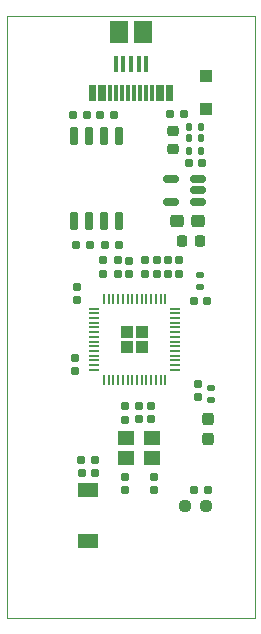
<source format=gbr>
G04 #@! TF.GenerationSoftware,KiCad,Pcbnew,(6.0.6)*
G04 #@! TF.CreationDate,2022-08-20T10:32:50+05:30*
G04 #@! TF.ProjectId,Mitayi-Pico-RP2040,4d697461-7969-42d5-9069-636f2d525032,0.2*
G04 #@! TF.SameCoordinates,PX848f8c0PY6ea0500*
G04 #@! TF.FileFunction,Paste,Top*
G04 #@! TF.FilePolarity,Positive*
%FSLAX46Y46*%
G04 Gerber Fmt 4.6, Leading zero omitted, Abs format (unit mm)*
G04 Created by KiCad (PCBNEW (6.0.6)) date 2022-08-20 10:32:50*
%MOMM*%
%LPD*%
G01*
G04 APERTURE LIST*
G04 Aperture macros list*
%AMRoundRect*
0 Rectangle with rounded corners*
0 $1 Rounding radius*
0 $2 $3 $4 $5 $6 $7 $8 $9 X,Y pos of 4 corners*
0 Add a 4 corners polygon primitive as box body*
4,1,4,$2,$3,$4,$5,$6,$7,$8,$9,$2,$3,0*
0 Add four circle primitives for the rounded corners*
1,1,$1+$1,$2,$3*
1,1,$1+$1,$4,$5*
1,1,$1+$1,$6,$7*
1,1,$1+$1,$8,$9*
0 Add four rect primitives between the rounded corners*
20,1,$1+$1,$2,$3,$4,$5,0*
20,1,$1+$1,$4,$5,$6,$7,0*
20,1,$1+$1,$6,$7,$8,$9,0*
20,1,$1+$1,$8,$9,$2,$3,0*%
G04 Aperture macros list end*
G04 #@! TA.AperFunction,Profile*
%ADD10C,0.100000*%
G04 #@! TD*
%ADD11RoundRect,0.135000X-0.185000X0.135000X-0.185000X-0.135000X0.185000X-0.135000X0.185000X0.135000X0*%
%ADD12RoundRect,0.237500X0.237500X-0.300000X0.237500X0.300000X-0.237500X0.300000X-0.237500X-0.300000X0*%
%ADD13RoundRect,0.155000X-0.155000X0.212500X-0.155000X-0.212500X0.155000X-0.212500X0.155000X0.212500X0*%
%ADD14RoundRect,0.155000X0.155000X-0.212500X0.155000X0.212500X-0.155000X0.212500X-0.155000X-0.212500X0*%
%ADD15RoundRect,0.237500X-0.250000X-0.237500X0.250000X-0.237500X0.250000X0.237500X-0.250000X0.237500X0*%
%ADD16RoundRect,0.135000X0.135000X0.185000X-0.135000X0.185000X-0.135000X-0.185000X0.135000X-0.185000X0*%
%ADD17RoundRect,0.225000X0.250000X-0.225000X0.250000X0.225000X-0.250000X0.225000X-0.250000X-0.225000X0*%
%ADD18RoundRect,0.155000X0.212500X0.155000X-0.212500X0.155000X-0.212500X-0.155000X0.212500X-0.155000X0*%
%ADD19RoundRect,0.160000X-0.197500X-0.160000X0.197500X-0.160000X0.197500X0.160000X-0.197500X0.160000X0*%
%ADD20RoundRect,0.160000X0.197500X0.160000X-0.197500X0.160000X-0.197500X-0.160000X0.197500X-0.160000X0*%
%ADD21RoundRect,0.160000X-0.160000X0.197500X-0.160000X-0.197500X0.160000X-0.197500X0.160000X0.197500X0*%
%ADD22RoundRect,0.155000X-0.212500X-0.155000X0.212500X-0.155000X0.212500X0.155000X-0.212500X0.155000X0*%
%ADD23R,1.400000X1.200000*%
%ADD24RoundRect,0.250000X-0.292217X-0.292217X0.292217X-0.292217X0.292217X0.292217X-0.292217X0.292217X0*%
%ADD25RoundRect,0.050000X-0.387500X-0.050000X0.387500X-0.050000X0.387500X0.050000X-0.387500X0.050000X0*%
%ADD26RoundRect,0.050000X-0.050000X-0.387500X0.050000X-0.387500X0.050000X0.387500X-0.050000X0.387500X0*%
%ADD27RoundRect,0.150000X0.150000X-0.650000X0.150000X0.650000X-0.150000X0.650000X-0.150000X-0.650000X0*%
%ADD28RoundRect,0.135000X-0.135000X-0.185000X0.135000X-0.185000X0.135000X0.185000X-0.135000X0.185000X0*%
%ADD29RoundRect,0.225000X-0.225000X-0.250000X0.225000X-0.250000X0.225000X0.250000X-0.225000X0.250000X0*%
%ADD30R,0.300000X1.450000*%
%ADD31R,1.100000X1.100000*%
%ADD32R,0.400000X1.350000*%
%ADD33R,1.500000X1.900000*%
%ADD34R,1.700000X1.150000*%
%ADD35RoundRect,0.250000X-0.312500X-0.275000X0.312500X-0.275000X0.312500X0.275000X-0.312500X0.275000X0*%
%ADD36RoundRect,0.150000X0.512500X0.150000X-0.512500X0.150000X-0.512500X-0.150000X0.512500X-0.150000X0*%
G04 APERTURE END LIST*
D10*
X0Y51000000D02*
X21000000Y51000000D01*
X21000000Y0D02*
X0Y0D01*
X21000000Y51000000D02*
X21000000Y0D01*
X0Y0D02*
X0Y51000000D01*
D11*
X17300000Y19500000D03*
X17300000Y18480000D03*
D12*
X17030000Y15187500D03*
X17030000Y16912500D03*
D13*
X9990000Y11987500D03*
X9990000Y10852500D03*
D14*
X5930000Y26942500D03*
X5930000Y28077500D03*
D15*
X15077500Y9500000D03*
X16902500Y9500000D03*
D16*
X16480000Y39600000D03*
X15460000Y39600000D03*
D17*
X14090000Y39715000D03*
X14090000Y41265000D03*
D13*
X5800000Y22047500D03*
X5800000Y20912500D03*
D14*
X14605000Y29162500D03*
X14605000Y30297500D03*
D18*
X7477500Y12340000D03*
X6342500Y12340000D03*
D19*
X8302500Y31630000D03*
X9497500Y31630000D03*
D20*
X17067500Y10860000D03*
X15872500Y10860000D03*
D21*
X10020000Y18017500D03*
X10020000Y16822500D03*
D22*
X15812500Y26830000D03*
X16947500Y26830000D03*
D23*
X10100000Y13550000D03*
X12300000Y13550000D03*
X12300000Y15250000D03*
X10100000Y15250000D03*
D24*
X10182500Y24267500D03*
X11457500Y22992500D03*
X11457500Y24267500D03*
X10182500Y22992500D03*
D25*
X7382500Y26230000D03*
X7382500Y25830000D03*
X7382500Y25430000D03*
X7382500Y25030000D03*
X7382500Y24630000D03*
X7382500Y24230000D03*
X7382500Y23830000D03*
X7382500Y23430000D03*
X7382500Y23030000D03*
X7382500Y22630000D03*
X7382500Y22230000D03*
X7382500Y21830000D03*
X7382500Y21430000D03*
X7382500Y21030000D03*
D26*
X8220000Y20192500D03*
X8620000Y20192500D03*
X9020000Y20192500D03*
X9420000Y20192500D03*
X9820000Y20192500D03*
X10220000Y20192500D03*
X10620000Y20192500D03*
X11020000Y20192500D03*
X11420000Y20192500D03*
X11820000Y20192500D03*
X12220000Y20192500D03*
X12620000Y20192500D03*
X13020000Y20192500D03*
X13420000Y20192500D03*
D25*
X14257500Y21030000D03*
X14257500Y21430000D03*
X14257500Y21830000D03*
X14257500Y22230000D03*
X14257500Y22630000D03*
X14257500Y23030000D03*
X14257500Y23430000D03*
X14257500Y23830000D03*
X14257500Y24230000D03*
X14257500Y24630000D03*
X14257500Y25030000D03*
X14257500Y25430000D03*
X14257500Y25830000D03*
X14257500Y26230000D03*
D26*
X13420000Y27067500D03*
X13020000Y27067500D03*
X12620000Y27067500D03*
X12220000Y27067500D03*
X11820000Y27067500D03*
X11420000Y27067500D03*
X11020000Y27067500D03*
X10620000Y27067500D03*
X10220000Y27067500D03*
X9820000Y27067500D03*
X9420000Y27067500D03*
X9020000Y27067500D03*
X8620000Y27067500D03*
X8220000Y27067500D03*
D21*
X11725000Y30347500D03*
X11725000Y29152500D03*
D14*
X8125000Y29162500D03*
X8125000Y30297500D03*
D13*
X11150000Y17997500D03*
X11150000Y16862500D03*
D27*
X5655000Y33650000D03*
X6925000Y33650000D03*
X8195000Y33650000D03*
X9465000Y33650000D03*
X9465000Y40850000D03*
X8195000Y40850000D03*
X6925000Y40850000D03*
X5655000Y40850000D03*
D14*
X10320000Y29157500D03*
X10320000Y30292500D03*
D19*
X5872500Y31630000D03*
X7067500Y31630000D03*
D14*
X13630000Y29172500D03*
X13630000Y30307500D03*
D22*
X5642500Y42600000D03*
X6777500Y42600000D03*
D28*
X15440000Y40630000D03*
X16460000Y40630000D03*
D19*
X6312500Y13400000D03*
X7507500Y13400000D03*
D13*
X12170000Y17997500D03*
X12170000Y16862500D03*
X16200000Y19877500D03*
X16200000Y18742500D03*
D29*
X14815000Y31920000D03*
X16365000Y31920000D03*
D30*
X13910000Y44470000D03*
X13110000Y44470000D03*
X11760000Y44470000D03*
X10760000Y44470000D03*
X10260000Y44470000D03*
X9260000Y44470000D03*
X7910000Y44470000D03*
X7110000Y44470000D03*
X7410000Y44470000D03*
X8210000Y44470000D03*
X8760000Y44470000D03*
X9760000Y44470000D03*
X11260000Y44470000D03*
X12260000Y44470000D03*
X12810000Y44470000D03*
X13610000Y44470000D03*
D22*
X15402500Y38540000D03*
X16537500Y38540000D03*
D28*
X15440000Y41600000D03*
X16460000Y41600000D03*
D20*
X9047500Y42600000D03*
X7852500Y42600000D03*
D31*
X16900000Y43100000D03*
X16900000Y45900000D03*
D32*
X11810000Y46937500D03*
X11160000Y46937500D03*
X10510000Y46937500D03*
X9860000Y46937500D03*
X9210000Y46937500D03*
D33*
X11510000Y49637500D03*
X9510000Y49637500D03*
D34*
X6900000Y10875000D03*
X6900000Y6525000D03*
D13*
X12430000Y11977500D03*
X12430000Y10842500D03*
D14*
X9420000Y29162500D03*
X9420000Y30297500D03*
D21*
X12725000Y30347500D03*
X12725000Y29152500D03*
D35*
X14447500Y33600000D03*
X16222500Y33600000D03*
D11*
X16350000Y29070000D03*
X16350000Y28050000D03*
D19*
X13802500Y42700000D03*
X14997500Y42700000D03*
D36*
X16187500Y35280000D03*
X16187500Y36230000D03*
X16187500Y37180000D03*
X13912500Y37180000D03*
X13912500Y35280000D03*
M02*

</source>
